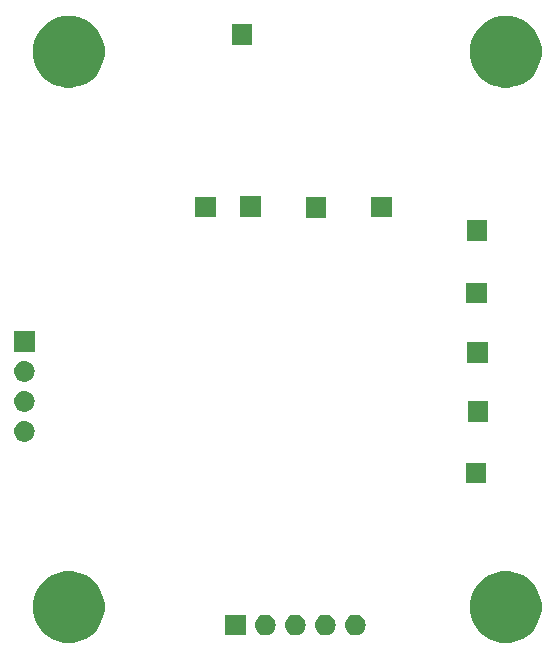
<source format=gbr>
G04 #@! TF.GenerationSoftware,KiCad,Pcbnew,(5.0.1)-3*
G04 #@! TF.CreationDate,2019-01-05T18:42:13-08:00*
G04 #@! TF.ProjectId,EScope-MSDAQ-2-INTANDAQ,4553636F70652D4D534441512D322D49,rev?*
G04 #@! TF.SameCoordinates,Original*
G04 #@! TF.FileFunction,Soldermask,Bot*
G04 #@! TF.FilePolarity,Negative*
%FSLAX46Y46*%
G04 Gerber Fmt 4.6, Leading zero omitted, Abs format (unit mm)*
G04 Created by KiCad (PCBNEW (5.0.1)-3) date 1/5/2019 6:42:13 PM*
%MOMM*%
%LPD*%
G01*
G04 APERTURE LIST*
%ADD10C,0.100000*%
G04 APERTURE END LIST*
D10*
G36*
X162404752Y-119624945D02*
X162906077Y-119724664D01*
X163456664Y-119952725D01*
X163952180Y-120283818D01*
X164373582Y-120705220D01*
X164704675Y-121200736D01*
X164932736Y-121751323D01*
X165049000Y-122335824D01*
X165049000Y-122931776D01*
X164932736Y-123516277D01*
X164704675Y-124066864D01*
X164373582Y-124562380D01*
X163952180Y-124983782D01*
X163456664Y-125314875D01*
X162906077Y-125542936D01*
X162404752Y-125642655D01*
X162321577Y-125659200D01*
X161725623Y-125659200D01*
X161642448Y-125642655D01*
X161141123Y-125542936D01*
X160590536Y-125314875D01*
X160095020Y-124983782D01*
X159673618Y-124562380D01*
X159342525Y-124066864D01*
X159114464Y-123516277D01*
X158998200Y-122931776D01*
X158998200Y-122335824D01*
X159114464Y-121751323D01*
X159342525Y-121200736D01*
X159673618Y-120705220D01*
X160095020Y-120283818D01*
X160590536Y-119952725D01*
X161141123Y-119724664D01*
X161642448Y-119624945D01*
X161725623Y-119608400D01*
X162321577Y-119608400D01*
X162404752Y-119624945D01*
X162404752Y-119624945D01*
G37*
G36*
X125404752Y-119624945D02*
X125906077Y-119724664D01*
X126456664Y-119952725D01*
X126952180Y-120283818D01*
X127373582Y-120705220D01*
X127704675Y-121200736D01*
X127932736Y-121751323D01*
X128049000Y-122335824D01*
X128049000Y-122931776D01*
X127932736Y-123516277D01*
X127704675Y-124066864D01*
X127373582Y-124562380D01*
X126952180Y-124983782D01*
X126456664Y-125314875D01*
X125906077Y-125542936D01*
X125404752Y-125642655D01*
X125321577Y-125659200D01*
X124725623Y-125659200D01*
X124642448Y-125642655D01*
X124141123Y-125542936D01*
X123590536Y-125314875D01*
X123095020Y-124983782D01*
X122673618Y-124562380D01*
X122342525Y-124066864D01*
X122114464Y-123516277D01*
X121998200Y-122931776D01*
X121998200Y-122335824D01*
X122114464Y-121751323D01*
X122342525Y-121200736D01*
X122673618Y-120705220D01*
X123095020Y-120283818D01*
X123590536Y-119952725D01*
X124141123Y-119724664D01*
X124642448Y-119624945D01*
X124725623Y-119608400D01*
X125321577Y-119608400D01*
X125404752Y-119624945D01*
X125404752Y-119624945D01*
G37*
G36*
X149447405Y-123292466D02*
X149447408Y-123292467D01*
X149612422Y-123342523D01*
X149764499Y-123423810D01*
X149764501Y-123423811D01*
X149764500Y-123423811D01*
X149897796Y-123533204D01*
X150007189Y-123666500D01*
X150088476Y-123818576D01*
X150138534Y-123983595D01*
X150155435Y-124155200D01*
X150138534Y-124326805D01*
X150138533Y-124326808D01*
X150088477Y-124491822D01*
X150007190Y-124643899D01*
X149897796Y-124777196D01*
X149764499Y-124886590D01*
X149612422Y-124967877D01*
X149478125Y-125008615D01*
X149447405Y-125017934D01*
X149318802Y-125030600D01*
X149232798Y-125030600D01*
X149104195Y-125017934D01*
X149073475Y-125008615D01*
X148939178Y-124967877D01*
X148787101Y-124886590D01*
X148653804Y-124777196D01*
X148544410Y-124643899D01*
X148463123Y-124491822D01*
X148413067Y-124326808D01*
X148413066Y-124326805D01*
X148396165Y-124155200D01*
X148413066Y-123983595D01*
X148463124Y-123818576D01*
X148544411Y-123666500D01*
X148653804Y-123533204D01*
X148787100Y-123423811D01*
X148787099Y-123423811D01*
X148787101Y-123423810D01*
X148939178Y-123342523D01*
X149104192Y-123292467D01*
X149104195Y-123292466D01*
X149232798Y-123279800D01*
X149318802Y-123279800D01*
X149447405Y-123292466D01*
X149447405Y-123292466D01*
G37*
G36*
X146907405Y-123292466D02*
X146907408Y-123292467D01*
X147072422Y-123342523D01*
X147224499Y-123423810D01*
X147224501Y-123423811D01*
X147224500Y-123423811D01*
X147357796Y-123533204D01*
X147467189Y-123666500D01*
X147548476Y-123818576D01*
X147598534Y-123983595D01*
X147615435Y-124155200D01*
X147598534Y-124326805D01*
X147598533Y-124326808D01*
X147548477Y-124491822D01*
X147467190Y-124643899D01*
X147357796Y-124777196D01*
X147224499Y-124886590D01*
X147072422Y-124967877D01*
X146938125Y-125008615D01*
X146907405Y-125017934D01*
X146778802Y-125030600D01*
X146692798Y-125030600D01*
X146564195Y-125017934D01*
X146533475Y-125008615D01*
X146399178Y-124967877D01*
X146247101Y-124886590D01*
X146113804Y-124777196D01*
X146004410Y-124643899D01*
X145923123Y-124491822D01*
X145873067Y-124326808D01*
X145873066Y-124326805D01*
X145856165Y-124155200D01*
X145873066Y-123983595D01*
X145923124Y-123818576D01*
X146004411Y-123666500D01*
X146113804Y-123533204D01*
X146247100Y-123423811D01*
X146247099Y-123423811D01*
X146247101Y-123423810D01*
X146399178Y-123342523D01*
X146564192Y-123292467D01*
X146564195Y-123292466D01*
X146692798Y-123279800D01*
X146778802Y-123279800D01*
X146907405Y-123292466D01*
X146907405Y-123292466D01*
G37*
G36*
X144367405Y-123292466D02*
X144367408Y-123292467D01*
X144532422Y-123342523D01*
X144684499Y-123423810D01*
X144684501Y-123423811D01*
X144684500Y-123423811D01*
X144817796Y-123533204D01*
X144927189Y-123666500D01*
X145008476Y-123818576D01*
X145058534Y-123983595D01*
X145075435Y-124155200D01*
X145058534Y-124326805D01*
X145058533Y-124326808D01*
X145008477Y-124491822D01*
X144927190Y-124643899D01*
X144817796Y-124777196D01*
X144684499Y-124886590D01*
X144532422Y-124967877D01*
X144398125Y-125008615D01*
X144367405Y-125017934D01*
X144238802Y-125030600D01*
X144152798Y-125030600D01*
X144024195Y-125017934D01*
X143993475Y-125008615D01*
X143859178Y-124967877D01*
X143707101Y-124886590D01*
X143573804Y-124777196D01*
X143464410Y-124643899D01*
X143383123Y-124491822D01*
X143333067Y-124326808D01*
X143333066Y-124326805D01*
X143316165Y-124155200D01*
X143333066Y-123983595D01*
X143383124Y-123818576D01*
X143464411Y-123666500D01*
X143573804Y-123533204D01*
X143707100Y-123423811D01*
X143707099Y-123423811D01*
X143707101Y-123423810D01*
X143859178Y-123342523D01*
X144024192Y-123292467D01*
X144024195Y-123292466D01*
X144152798Y-123279800D01*
X144238802Y-123279800D01*
X144367405Y-123292466D01*
X144367405Y-123292466D01*
G37*
G36*
X141827405Y-123292466D02*
X141827408Y-123292467D01*
X141992422Y-123342523D01*
X142144499Y-123423810D01*
X142144501Y-123423811D01*
X142144500Y-123423811D01*
X142277796Y-123533204D01*
X142387189Y-123666500D01*
X142468476Y-123818576D01*
X142518534Y-123983595D01*
X142535435Y-124155200D01*
X142518534Y-124326805D01*
X142518533Y-124326808D01*
X142468477Y-124491822D01*
X142387190Y-124643899D01*
X142277796Y-124777196D01*
X142144499Y-124886590D01*
X141992422Y-124967877D01*
X141858125Y-125008615D01*
X141827405Y-125017934D01*
X141698802Y-125030600D01*
X141612798Y-125030600D01*
X141484195Y-125017934D01*
X141453475Y-125008615D01*
X141319178Y-124967877D01*
X141167101Y-124886590D01*
X141033804Y-124777196D01*
X140924410Y-124643899D01*
X140843123Y-124491822D01*
X140793067Y-124326808D01*
X140793066Y-124326805D01*
X140776165Y-124155200D01*
X140793066Y-123983595D01*
X140843124Y-123818576D01*
X140924411Y-123666500D01*
X141033804Y-123533204D01*
X141167100Y-123423811D01*
X141167099Y-123423811D01*
X141167101Y-123423810D01*
X141319178Y-123342523D01*
X141484192Y-123292467D01*
X141484195Y-123292466D01*
X141612798Y-123279800D01*
X141698802Y-123279800D01*
X141827405Y-123292466D01*
X141827405Y-123292466D01*
G37*
G36*
X139991200Y-125030600D02*
X138240400Y-125030600D01*
X138240400Y-123279800D01*
X139991200Y-123279800D01*
X139991200Y-125030600D01*
X139991200Y-125030600D01*
G37*
G36*
X160362000Y-112152800D02*
X158611200Y-112152800D01*
X158611200Y-110402000D01*
X160362000Y-110402000D01*
X160362000Y-112152800D01*
X160362000Y-112152800D01*
G37*
G36*
X121419806Y-106905667D02*
X121419809Y-106905668D01*
X121584823Y-106955724D01*
X121736900Y-107037011D01*
X121736902Y-107037012D01*
X121736901Y-107037012D01*
X121870197Y-107146405D01*
X121979590Y-107279701D01*
X122060877Y-107431777D01*
X122110935Y-107596796D01*
X122127836Y-107768401D01*
X122110935Y-107940006D01*
X122110934Y-107940009D01*
X122060878Y-108105023D01*
X121979591Y-108257100D01*
X121870197Y-108390397D01*
X121736900Y-108499791D01*
X121584823Y-108581078D01*
X121450526Y-108621816D01*
X121419806Y-108631135D01*
X121291203Y-108643801D01*
X121205199Y-108643801D01*
X121076596Y-108631135D01*
X121045876Y-108621816D01*
X120911579Y-108581078D01*
X120759502Y-108499791D01*
X120626205Y-108390397D01*
X120516811Y-108257100D01*
X120435524Y-108105023D01*
X120385468Y-107940009D01*
X120385467Y-107940006D01*
X120368566Y-107768401D01*
X120385467Y-107596796D01*
X120435525Y-107431777D01*
X120516812Y-107279701D01*
X120626205Y-107146405D01*
X120759501Y-107037012D01*
X120759500Y-107037012D01*
X120759502Y-107037011D01*
X120911579Y-106955724D01*
X121076593Y-106905668D01*
X121076596Y-106905667D01*
X121205199Y-106893001D01*
X121291203Y-106893001D01*
X121419806Y-106905667D01*
X121419806Y-106905667D01*
G37*
G36*
X160539800Y-106971200D02*
X158789000Y-106971200D01*
X158789000Y-105220400D01*
X160539800Y-105220400D01*
X160539800Y-106971200D01*
X160539800Y-106971200D01*
G37*
G36*
X121419806Y-104365667D02*
X121419809Y-104365668D01*
X121584823Y-104415724D01*
X121736900Y-104497011D01*
X121736902Y-104497012D01*
X121736901Y-104497012D01*
X121870197Y-104606405D01*
X121979590Y-104739701D01*
X122060877Y-104891777D01*
X122110935Y-105056796D01*
X122127836Y-105228401D01*
X122110935Y-105400006D01*
X122110934Y-105400009D01*
X122060878Y-105565023D01*
X121979591Y-105717100D01*
X121870197Y-105850397D01*
X121736900Y-105959791D01*
X121584823Y-106041078D01*
X121450526Y-106081816D01*
X121419806Y-106091135D01*
X121291203Y-106103801D01*
X121205199Y-106103801D01*
X121076596Y-106091135D01*
X121045876Y-106081816D01*
X120911579Y-106041078D01*
X120759502Y-105959791D01*
X120626205Y-105850397D01*
X120516811Y-105717100D01*
X120435524Y-105565023D01*
X120385468Y-105400009D01*
X120385467Y-105400006D01*
X120368566Y-105228401D01*
X120385467Y-105056796D01*
X120435525Y-104891777D01*
X120516812Y-104739701D01*
X120626205Y-104606405D01*
X120759501Y-104497012D01*
X120759500Y-104497012D01*
X120759502Y-104497011D01*
X120911579Y-104415724D01*
X121076593Y-104365668D01*
X121076596Y-104365667D01*
X121205199Y-104353001D01*
X121291203Y-104353001D01*
X121419806Y-104365667D01*
X121419806Y-104365667D01*
G37*
G36*
X121419806Y-101825667D02*
X121419809Y-101825668D01*
X121584823Y-101875724D01*
X121736900Y-101957011D01*
X121736902Y-101957012D01*
X121736901Y-101957012D01*
X121870197Y-102066405D01*
X121979590Y-102199701D01*
X122060877Y-102351777D01*
X122110935Y-102516796D01*
X122127836Y-102688401D01*
X122110935Y-102860006D01*
X122110934Y-102860009D01*
X122060878Y-103025023D01*
X121979591Y-103177100D01*
X121870197Y-103310397D01*
X121736900Y-103419791D01*
X121584823Y-103501078D01*
X121450526Y-103541816D01*
X121419806Y-103551135D01*
X121291203Y-103563801D01*
X121205199Y-103563801D01*
X121076596Y-103551135D01*
X121045876Y-103541816D01*
X120911579Y-103501078D01*
X120759502Y-103419791D01*
X120626205Y-103310397D01*
X120516811Y-103177100D01*
X120435524Y-103025023D01*
X120385468Y-102860009D01*
X120385467Y-102860006D01*
X120368566Y-102688401D01*
X120385467Y-102516796D01*
X120435525Y-102351777D01*
X120516812Y-102199701D01*
X120626205Y-102066405D01*
X120759501Y-101957012D01*
X120759500Y-101957012D01*
X120759502Y-101957011D01*
X120911579Y-101875724D01*
X121076593Y-101825668D01*
X121076596Y-101825667D01*
X121205199Y-101813001D01*
X121291203Y-101813001D01*
X121419806Y-101825667D01*
X121419806Y-101825667D01*
G37*
G36*
X160514400Y-101967400D02*
X158763600Y-101967400D01*
X158763600Y-100216600D01*
X160514400Y-100216600D01*
X160514400Y-101967400D01*
X160514400Y-101967400D01*
G37*
G36*
X122123601Y-101023801D02*
X120372801Y-101023801D01*
X120372801Y-99273001D01*
X122123601Y-99273001D01*
X122123601Y-101023801D01*
X122123601Y-101023801D01*
G37*
G36*
X160438200Y-96912800D02*
X158687400Y-96912800D01*
X158687400Y-95162000D01*
X160438200Y-95162000D01*
X160438200Y-96912800D01*
X160438200Y-96912800D01*
G37*
G36*
X160463600Y-91655000D02*
X158712800Y-91655000D01*
X158712800Y-89904200D01*
X160463600Y-89904200D01*
X160463600Y-91655000D01*
X160463600Y-91655000D01*
G37*
G36*
X146836500Y-89706820D02*
X145085700Y-89706820D01*
X145085700Y-87956020D01*
X146836500Y-87956020D01*
X146836500Y-89706820D01*
X146836500Y-89706820D01*
G37*
G36*
X152396560Y-89648400D02*
X150645760Y-89648400D01*
X150645760Y-87897600D01*
X152396560Y-87897600D01*
X152396560Y-89648400D01*
X152396560Y-89648400D01*
G37*
G36*
X137489300Y-89633160D02*
X135738500Y-89633160D01*
X135738500Y-87882360D01*
X137489300Y-87882360D01*
X137489300Y-89633160D01*
X137489300Y-89633160D01*
G37*
G36*
X141291680Y-89620460D02*
X139540880Y-89620460D01*
X139540880Y-87869660D01*
X141291680Y-87869660D01*
X141291680Y-89620460D01*
X141291680Y-89620460D01*
G37*
G36*
X125404752Y-72624945D02*
X125906077Y-72724664D01*
X126456664Y-72952725D01*
X126952180Y-73283818D01*
X127373582Y-73705220D01*
X127704675Y-74200736D01*
X127932736Y-74751323D01*
X128049000Y-75335824D01*
X128049000Y-75931776D01*
X127932736Y-76516277D01*
X127704675Y-77066864D01*
X127373582Y-77562380D01*
X126952180Y-77983782D01*
X126456664Y-78314875D01*
X125906077Y-78542936D01*
X125404752Y-78642655D01*
X125321577Y-78659200D01*
X124725623Y-78659200D01*
X124642448Y-78642655D01*
X124141123Y-78542936D01*
X123590536Y-78314875D01*
X123095020Y-77983782D01*
X122673618Y-77562380D01*
X122342525Y-77066864D01*
X122114464Y-76516277D01*
X121998200Y-75931776D01*
X121998200Y-75335824D01*
X122114464Y-74751323D01*
X122342525Y-74200736D01*
X122673618Y-73705220D01*
X123095020Y-73283818D01*
X123590536Y-72952725D01*
X124141123Y-72724664D01*
X124642448Y-72624945D01*
X124725623Y-72608400D01*
X125321577Y-72608400D01*
X125404752Y-72624945D01*
X125404752Y-72624945D01*
G37*
G36*
X162404752Y-72624945D02*
X162906077Y-72724664D01*
X163456664Y-72952725D01*
X163952180Y-73283818D01*
X164373582Y-73705220D01*
X164704675Y-74200736D01*
X164932736Y-74751323D01*
X165049000Y-75335824D01*
X165049000Y-75931776D01*
X164932736Y-76516277D01*
X164704675Y-77066864D01*
X164373582Y-77562380D01*
X163952180Y-77983782D01*
X163456664Y-78314875D01*
X162906077Y-78542936D01*
X162404752Y-78642655D01*
X162321577Y-78659200D01*
X161725623Y-78659200D01*
X161642448Y-78642655D01*
X161141123Y-78542936D01*
X160590536Y-78314875D01*
X160095020Y-77983782D01*
X159673618Y-77562380D01*
X159342525Y-77066864D01*
X159114464Y-76516277D01*
X158998200Y-75931776D01*
X158998200Y-75335824D01*
X159114464Y-74751323D01*
X159342525Y-74200736D01*
X159673618Y-73705220D01*
X160095020Y-73283818D01*
X160590536Y-72952725D01*
X161141123Y-72724664D01*
X161642448Y-72624945D01*
X161725623Y-72608400D01*
X162321577Y-72608400D01*
X162404752Y-72624945D01*
X162404752Y-72624945D01*
G37*
G36*
X140575400Y-75043400D02*
X138824600Y-75043400D01*
X138824600Y-73292600D01*
X140575400Y-73292600D01*
X140575400Y-75043400D01*
X140575400Y-75043400D01*
G37*
M02*

</source>
